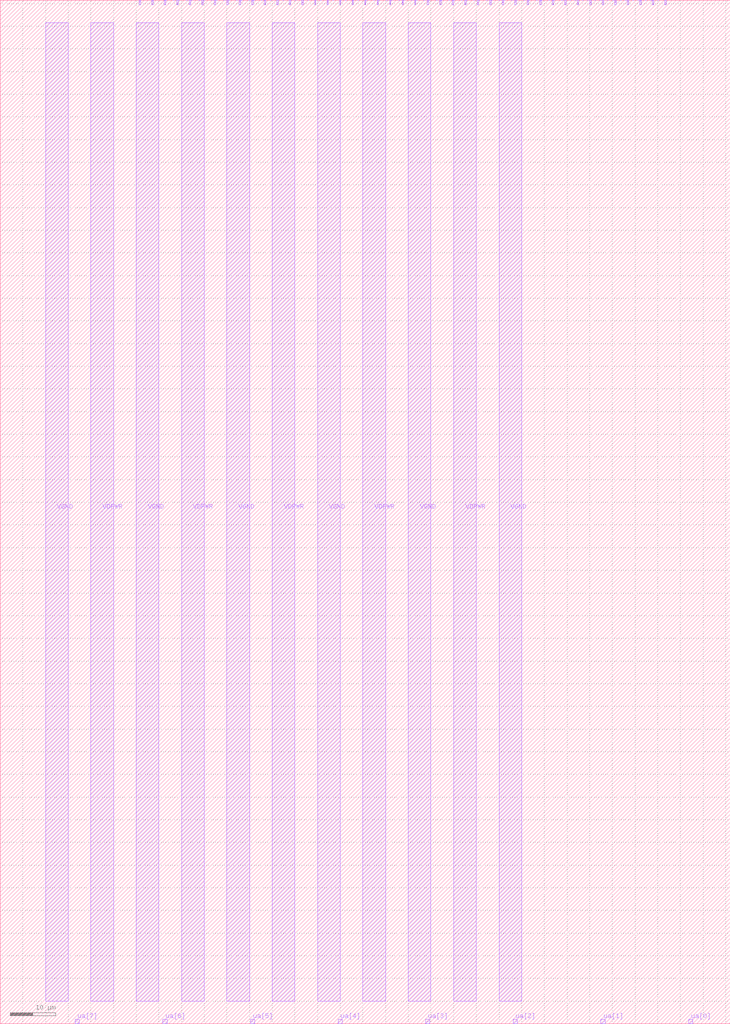
<source format=lef>
VERSION 5.7 ;
  NOWIREEXTENSIONATPIN ON ;
  DIVIDERCHAR "/" ;
  BUSBITCHARS "[]" ;
MACRO tt_um_Onchip_BandGap
  CLASS BLOCK ;
  FOREIGN tt_um_Onchip_BandGap ;
  ORIGIN 0.000 0.000 ;
  SIZE 161.000 BY 225.760 ;
  PIN clk
    DIRECTION INPUT ;
    USE SIGNAL ;
    PORT
      LAYER met4 ;
        RECT 143.830 224.760 144.130 225.760 ;
    END
  END clk
  PIN ena
    DIRECTION INPUT ;
    USE SIGNAL ;
    PORT
      LAYER met4 ;
        RECT 146.590 224.760 146.890 225.760 ;
    END
  END ena
  PIN rst_n
    DIRECTION INPUT ;
    USE SIGNAL ;
    PORT
      LAYER met4 ;
        RECT 141.070 224.760 141.370 225.760 ;
    END
  END rst_n
  PIN ua[0]
    DIRECTION INOUT ;
    USE SIGNAL ;
    PORT
      LAYER met4 ;
        RECT 151.810 0.000 152.710 1.000 ;
    END
  END ua[0]
  PIN ua[1]
    DIRECTION INOUT ;
    USE SIGNAL ;
    PORT
      LAYER met4 ;
        RECT 132.490 0.000 133.390 1.000 ;
    END
  END ua[1]
  PIN ua[2]
    DIRECTION INOUT ;
    USE SIGNAL ;
    PORT
      LAYER met4 ;
        RECT 113.170 0.000 114.070 1.000 ;
    END
  END ua[2]
  PIN ua[3]
    DIRECTION INOUT ;
    USE SIGNAL ;
    PORT
      LAYER met4 ;
        RECT 93.850 0.000 94.750 1.000 ;
    END
  END ua[3]
  PIN ua[4]
    DIRECTION INOUT ;
    USE SIGNAL ;
    PORT
      LAYER met4 ;
        RECT 74.530 0.000 75.430 1.000 ;
    END
  END ua[4]
  PIN ua[5]
    DIRECTION INOUT ;
    USE SIGNAL ;
    PORT
      LAYER met4 ;
        RECT 55.210 0.000 56.110 1.000 ;
    END
  END ua[5]
  PIN ua[6]
    DIRECTION INOUT ;
    USE SIGNAL ;
    PORT
      LAYER met4 ;
        RECT 35.890 0.000 36.790 1.000 ;
    END
  END ua[6]
  PIN ua[7]
    DIRECTION INOUT ;
    USE SIGNAL ;
    PORT
      LAYER met4 ;
        RECT 16.570 0.000 17.470 1.000 ;
    END
  END ua[7]
  PIN ui_in[0]
    DIRECTION INPUT ;
    USE SIGNAL ;
    PORT
      LAYER met4 ;
        RECT 138.310 224.760 138.610 225.760 ;
    END
  END ui_in[0]
  PIN ui_in[1]
    DIRECTION INPUT ;
    USE SIGNAL ;
    PORT
      LAYER met4 ;
        RECT 135.550 224.760 135.850 225.760 ;
    END
  END ui_in[1]
  PIN ui_in[2]
    DIRECTION INPUT ;
    USE SIGNAL ;
    PORT
      LAYER met4 ;
        RECT 132.790 224.760 133.090 225.760 ;
    END
  END ui_in[2]
  PIN ui_in[3]
    DIRECTION INPUT ;
    USE SIGNAL ;
    PORT
      LAYER met4 ;
        RECT 130.030 224.760 130.330 225.760 ;
    END
  END ui_in[3]
  PIN ui_in[4]
    DIRECTION INPUT ;
    USE SIGNAL ;
    PORT
      LAYER met4 ;
        RECT 127.270 224.760 127.570 225.760 ;
    END
  END ui_in[4]
  PIN ui_in[5]
    DIRECTION INPUT ;
    USE SIGNAL ;
    PORT
      LAYER met4 ;
        RECT 124.510 224.760 124.810 225.760 ;
    END
  END ui_in[5]
  PIN ui_in[6]
    DIRECTION INPUT ;
    USE SIGNAL ;
    PORT
      LAYER met4 ;
        RECT 121.750 224.760 122.050 225.760 ;
    END
  END ui_in[6]
  PIN ui_in[7]
    DIRECTION INPUT ;
    USE SIGNAL ;
    PORT
      LAYER met4 ;
        RECT 118.990 224.760 119.290 225.760 ;
    END
  END ui_in[7]
  PIN uio_in[0]
    DIRECTION INPUT ;
    USE SIGNAL ;
    PORT
      LAYER met4 ;
        RECT 116.230 224.760 116.530 225.760 ;
    END
  END uio_in[0]
  PIN uio_in[1]
    DIRECTION INPUT ;
    USE SIGNAL ;
    PORT
      LAYER met4 ;
        RECT 113.470 224.760 113.770 225.760 ;
    END
  END uio_in[1]
  PIN uio_in[2]
    DIRECTION INPUT ;
    USE SIGNAL ;
    PORT
      LAYER met4 ;
        RECT 110.710 224.760 111.010 225.760 ;
    END
  END uio_in[2]
  PIN uio_in[3]
    DIRECTION INPUT ;
    USE SIGNAL ;
    PORT
      LAYER met4 ;
        RECT 107.950 224.760 108.250 225.760 ;
    END
  END uio_in[3]
  PIN uio_in[4]
    DIRECTION INPUT ;
    USE SIGNAL ;
    PORT
      LAYER met4 ;
        RECT 105.190 224.760 105.490 225.760 ;
    END
  END uio_in[4]
  PIN uio_in[5]
    DIRECTION INPUT ;
    USE SIGNAL ;
    PORT
      LAYER met4 ;
        RECT 102.430 224.760 102.730 225.760 ;
    END
  END uio_in[5]
  PIN uio_in[6]
    DIRECTION INPUT ;
    USE SIGNAL ;
    PORT
      LAYER met4 ;
        RECT 99.670 224.760 99.970 225.760 ;
    END
  END uio_in[6]
  PIN uio_in[7]
    DIRECTION INPUT ;
    USE SIGNAL ;
    PORT
      LAYER met4 ;
        RECT 96.910 224.760 97.210 225.760 ;
    END
  END uio_in[7]
  PIN uio_oe[0]
    DIRECTION OUTPUT ;
    USE SIGNAL ;
    PORT
      LAYER met4 ;
        RECT 49.990 224.760 50.290 225.760 ;
    END
  END uio_oe[0]
  PIN uio_oe[1]
    DIRECTION OUTPUT ;
    USE SIGNAL ;
    PORT
      LAYER met4 ;
        RECT 47.230 224.760 47.530 225.760 ;
    END
  END uio_oe[1]
  PIN uio_oe[2]
    DIRECTION OUTPUT ;
    USE SIGNAL ;
    PORT
      LAYER met4 ;
        RECT 44.470 224.760 44.770 225.760 ;
    END
  END uio_oe[2]
  PIN uio_oe[3]
    DIRECTION OUTPUT ;
    USE SIGNAL ;
    PORT
      LAYER met4 ;
        RECT 41.710 224.760 42.010 225.760 ;
    END
  END uio_oe[3]
  PIN uio_oe[4]
    DIRECTION OUTPUT ;
    USE SIGNAL ;
    PORT
      LAYER met4 ;
        RECT 38.950 224.760 39.250 225.760 ;
    END
  END uio_oe[4]
  PIN uio_oe[5]
    DIRECTION OUTPUT ;
    USE SIGNAL ;
    PORT
      LAYER met4 ;
        RECT 36.190 224.760 36.490 225.760 ;
    END
  END uio_oe[5]
  PIN uio_oe[6]
    DIRECTION OUTPUT ;
    USE SIGNAL ;
    PORT
      LAYER met4 ;
        RECT 33.430 224.760 33.730 225.760 ;
    END
  END uio_oe[6]
  PIN uio_oe[7]
    DIRECTION OUTPUT ;
    USE SIGNAL ;
    PORT
      LAYER met4 ;
        RECT 30.670 224.760 30.970 225.760 ;
    END
  END uio_oe[7]
  PIN uio_out[0]
    DIRECTION OUTPUT ;
    USE SIGNAL ;
    PORT
      LAYER met4 ;
        RECT 72.070 224.760 72.370 225.760 ;
    END
  END uio_out[0]
  PIN uio_out[1]
    DIRECTION OUTPUT ;
    USE SIGNAL ;
    PORT
      LAYER met4 ;
        RECT 69.310 224.760 69.610 225.760 ;
    END
  END uio_out[1]
  PIN uio_out[2]
    DIRECTION OUTPUT ;
    USE SIGNAL ;
    PORT
      LAYER met4 ;
        RECT 66.550 224.760 66.850 225.760 ;
    END
  END uio_out[2]
  PIN uio_out[3]
    DIRECTION OUTPUT ;
    USE SIGNAL ;
    PORT
      LAYER met4 ;
        RECT 63.790 224.760 64.090 225.760 ;
    END
  END uio_out[3]
  PIN uio_out[4]
    DIRECTION OUTPUT ;
    USE SIGNAL ;
    PORT
      LAYER met4 ;
        RECT 61.030 224.760 61.330 225.760 ;
    END
  END uio_out[4]
  PIN uio_out[5]
    DIRECTION OUTPUT ;
    USE SIGNAL ;
    PORT
      LAYER met4 ;
        RECT 58.270 224.760 58.570 225.760 ;
    END
  END uio_out[5]
  PIN uio_out[6]
    DIRECTION OUTPUT ;
    USE SIGNAL ;
    PORT
      LAYER met4 ;
        RECT 55.510 224.760 55.810 225.760 ;
    END
  END uio_out[6]
  PIN uio_out[7]
    DIRECTION OUTPUT ;
    USE SIGNAL ;
    PORT
      LAYER met4 ;
        RECT 52.750 224.760 53.050 225.760 ;
    END
  END uio_out[7]
  PIN uo_out[0]
    DIRECTION OUTPUT ;
    USE SIGNAL ;
    PORT
      LAYER met4 ;
        RECT 94.150 224.760 94.450 225.760 ;
    END
  END uo_out[0]
  PIN uo_out[1]
    DIRECTION OUTPUT ;
    USE SIGNAL ;
    PORT
      LAYER met4 ;
        RECT 91.390 224.760 91.690 225.760 ;
    END
  END uo_out[1]
  PIN uo_out[2]
    DIRECTION OUTPUT ;
    USE SIGNAL ;
    PORT
      LAYER met4 ;
        RECT 88.630 224.760 88.930 225.760 ;
    END
  END uo_out[2]
  PIN uo_out[3]
    DIRECTION OUTPUT ;
    USE SIGNAL ;
    PORT
      LAYER met4 ;
        RECT 85.870 224.760 86.170 225.760 ;
    END
  END uo_out[3]
  PIN uo_out[4]
    DIRECTION OUTPUT ;
    USE SIGNAL ;
    PORT
      LAYER met4 ;
        RECT 83.110 224.760 83.410 225.760 ;
    END
  END uo_out[4]
  PIN uo_out[5]
    DIRECTION OUTPUT ;
    USE SIGNAL ;
    PORT
      LAYER met4 ;
        RECT 80.350 224.760 80.650 225.760 ;
    END
  END uo_out[5]
  PIN uo_out[6]
    DIRECTION OUTPUT ;
    USE SIGNAL ;
    PORT
      LAYER met4 ;
        RECT 77.590 224.760 77.890 225.760 ;
    END
  END uo_out[6]
  PIN uo_out[7]
    DIRECTION OUTPUT ;
    USE SIGNAL ;
    PORT
      LAYER met4 ;
        RECT 74.830 224.760 75.130 225.760 ;
    END
  END uo_out[7]
  PIN VGND
    DIRECTION INOUT ;
    USE GROUND ;
    PORT
      LAYER met4 ;
        RECT 10.000 5.000 15.000 220.760 ;
    END
    PORT
      LAYER met4 ;
        RECT 30.000 5.000 35.000 220.760 ;
    END
    PORT
      LAYER met4 ;
        RECT 50.000 5.000 55.000 220.760 ;
    END
    PORT
      LAYER met4 ;
        RECT 70.000 5.000 75.000 220.760 ;
    END
    PORT
      LAYER met4 ;
        RECT 90.000 5.000 95.000 220.760 ;
    END
    PORT
      LAYER met4 ;
        RECT 110.000 5.000 115.000 220.760 ;
    END
  END VGND
  PIN VDPWR
    DIRECTION INOUT ;
    USE POWER ;
    PORT
      LAYER met4 ;
        RECT 20.000 5.000 25.000 220.760 ;
    END
    PORT
      LAYER met4 ;
        RECT 40.000 5.000 45.000 220.760 ;
    END
    PORT
      LAYER met4 ;
        RECT 60.000 5.000 65.000 220.760 ;
    END
    PORT
      LAYER met4 ;
        RECT 80.000 5.000 85.000 220.760 ;
    END
    PORT
      LAYER met4 ;
        RECT 100.000 5.000 105.000 220.760 ;
    END
  END VDPWR
END tt_um_Onchip_BandGap
END LIBRARY


</source>
